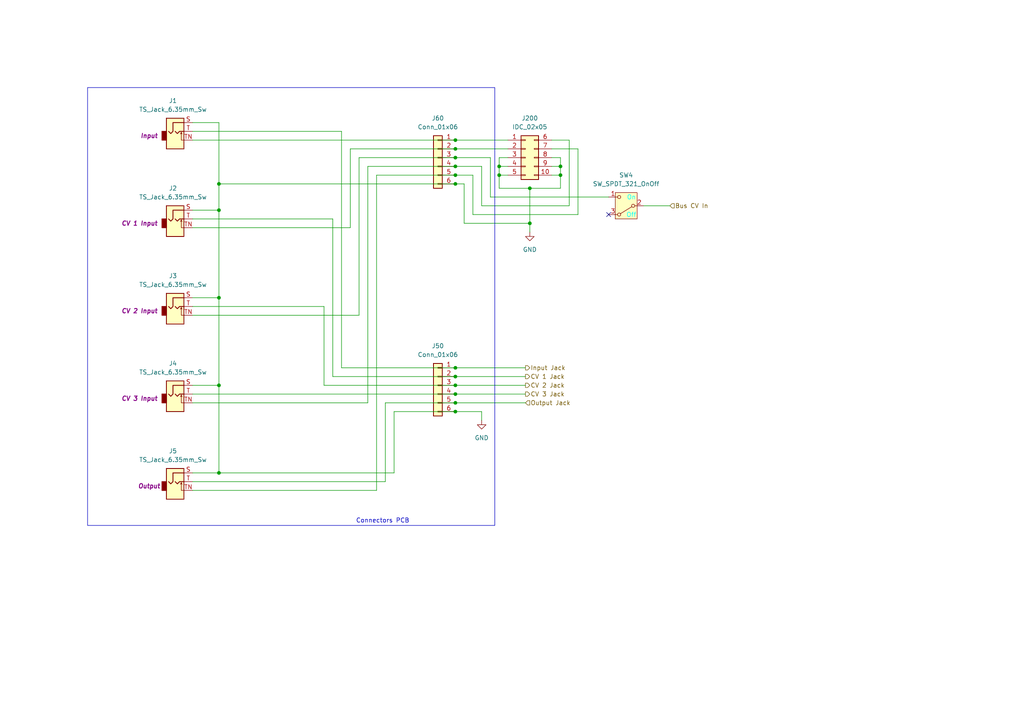
<source format=kicad_sch>
(kicad_sch (version 20231120) (generator "eeschema") (generator_version "8.0")
  (paper "A4")
  (title_block (company "DMH Instruments") (comment 1 "PCB for 10cm Kosmo format synthesizer module"))
  (lib_symbols
    (symbol "Connector_Generic:Conn_01x06" (pin_names (offset 1.016) hide)
      (property "Reference" "J" (at 0 7.62 0))
      (property "Value" "Conn_01x06" (at 0 -10.16 0))
      (symbol "Conn_01x06_1_1"
        (rectangle (start -1.27 -7.493) (end 0 -7.747) (stroke (width 0.1524)))
        (rectangle (start -1.27 -4.953) (end 0 -5.207) (stroke (width 0.1524)))
        (rectangle (start -1.27 -2.413) (end 0 -2.667) (stroke (width 0.1524)))
        (rectangle (start -1.27 0.127) (end 0 -0.127) (stroke (width 0.1524)))
        (rectangle (start -1.27 2.667) (end 0 2.413) (stroke (width 0.1524)))
        (rectangle (start -1.27 5.207) (end 0 4.953) (stroke (width 0.1524)))
        (rectangle (start -1.27 6.35) (end 1.27 -8.89) (stroke (width 0.254)) (fill (type background)))
        (pin passive line (at -5.08 5.08 0) (length 3.81) (name "Pin_1") (number "1"))
        (pin passive line (at -5.08 2.54 0) (length 3.81) (name "Pin_2") (number "2"))
        (pin passive line (at -5.08 0 0) (length 3.81) (name "Pin_3") (number "3"))
        (pin passive line (at -5.08 -2.54 0) (length 3.81) (name "Pin_4") (number "4"))
        (pin passive line (at -5.08 -5.08 0) (length 3.81) (name "Pin_5") (number "5"))
        (pin passive line (at -5.08 -7.62 0) (length 3.81) (name "Pin_6") (number "6"))
      )
    )
    (symbol "SynthStuff:BackBone_Connector_10Pin" (pin_names (offset 1.016) hide)
      (property "Reference" "J" (at 0 -10.922 0))
      (property "Value" "IDC_02x05" (at 0 -8.382 0))
      (symbol "BackBone_Connector_10Pin_1_1"
        (rectangle (start -2.54 -4.953) (end -1.27 -5.207) (stroke (width 0.1524)))
        (rectangle (start -2.54 -2.413) (end -1.27 -2.667) (stroke (width 0.1524)))
        (rectangle (start -2.54 0.127) (end -1.27 -0.127) (stroke (width 0.1524)))
        (rectangle (start -2.54 2.667) (end -1.27 2.413) (stroke (width 0.1524)))
        (rectangle (start -2.54 5.207) (end -1.27 4.953) (stroke (width 0.1524)))
        (rectangle (start -2.54 6.35) (end 2.54 -6.35) (stroke (width 0.254)) (fill (type background)))
        (rectangle (start 2.54 -4.953) (end 1.27 -5.207) (stroke (width 0.1524)))
        (rectangle (start 2.54 -2.413) (end 1.27 -2.667) (stroke (width 0.1524)))
        (rectangle (start 2.54 0.127) (end 1.27 -0.127) (stroke (width 0.1524)))
        (rectangle (start 2.54 2.667) (end 1.27 2.413) (stroke (width 0.1524)))
        (rectangle (start 2.54 5.207) (end 1.27 4.953) (stroke (width 0.1524)))
        (pin passive line (at -6.35 5.08 0) (length 3.81) (name "Pin_1") (number "1"))
        (pin passive line (at 6.35 -5.08 180) (length 3.81) (name "Pin_10") (number "10"))
        (pin passive line (at -6.35 2.54 0) (length 3.81) (name "Pin_2") (number "2"))
        (pin passive line (at -6.35 0 0) (length 3.81) (name "Pin_3") (number "3"))
        (pin passive line (at -6.35 -2.54 0) (length 3.81) (name "Pin_4") (number "4"))
        (pin passive line (at -6.35 -5.08 0) (length 3.81) (name "Pin_5") (number "5"))
        (pin passive line (at 6.35 5.08 180) (length 3.81) (name "Pin_6") (number "6"))
        (pin passive line (at 6.35 2.54 180) (length 3.81) (name "Pin_7") (number "7"))
        (pin passive line (at 6.35 0 180) (length 3.81) (name "Pin_8") (number "8"))
        (pin passive line (at 6.35 -2.54 180) (length 3.81) (name "Pin_9") (number "9"))
      )
    )
    (symbol "SynthStuff:SW_SPDT_321_OnOff" (pin_names (offset 1) hide)
      (property "Reference" "SW" (at 0 5.08 0))
      (property "Value" "SW_SPDT_321_OnOff" (at 0 -5.08 0))
      (symbol "SW_SPDT_321_OnOff_0_1"
        (circle (center -2.032 0) (radius 0.4572))
        (polyline (pts (xy -1.651 0.254) (xy 1.651 2.286)))
        (circle (center 2.032 -2.54) (radius 0.4572))
        (circle (center 2.032 2.54) (radius 0.4572))
      )
      (symbol "SW_SPDT_321_OnOff_1_1"
        (rectangle (start -3.175 3.81) (end 3.175 -3.81) (fill (type background)))
        (text "Off\n" (at -1.524 2.54 0) (effects (font (size 1.27 1.27))))
        (text "On" (at -1.524 -2.54 0) (effects (font (size 1.27 1.27))))
        (pin passive line (at 5.08 -2.54 180) (length 2.54) (name "C") (number "1"))
        (pin passive line (at -5.08 0 0) (length 2.54) (name "B") (number "2"))
        (pin passive line (at 5.08 2.54 180) (length 2.54) (name "A") (number "3"))
      )
    )
    (symbol "SynthStuff:TS_Jack_6.35mm_Sw"
      (property "Reference" "J" (at -0.635 8.89 0))
      (property "Value" "TS_Jack_6.35mm_Sw" (at -0.635 6.35 0))
      (symbol "TS_Jack_6.35mm_Sw_0_1"
        (rectangle (start -2.54 0) (end -3.81 -2.54) (stroke (width 0.254)) (fill (type outline)))
        (polyline (pts (xy 1.778 -0.254) (xy 2.032 -0.762)))
        (polyline (pts (xy 0 0) (xy 0.635 -0.635) (xy 1.27 0) (xy 2.54 0)) (stroke (width 0.254)))
        (polyline (pts (xy 2.54 -2.54) (xy 1.778 -2.54) (xy 1.778 -0.254) (xy 1.524 -0.762)))
        (polyline (pts (xy 2.54 2.54) (xy -0.635 2.54) (xy -0.635 0) (xy -1.27 -0.635) (xy -1.905 0)) (stroke (width 0.254)))
        (rectangle (start 2.54 3.81) (end -2.54 -5.08) (stroke (width 0.254)) (fill (type background)))
      )
      (symbol "TS_Jack_6.35mm_Sw_1_1"
        (pin passive line (at 5.08 2.54 180) (length 2.54) (name "~") (number "S"))
        (pin passive line (at 5.08 0 180) (length 2.54) (name "~") (number "T"))
        (pin passive line (at 5.08 -2.54 180) (length 2.54) (name "~") (number "TN"))
      )
    )
    (symbol "power:GND" (power) (pin_numbers hide) (pin_names (offset 0) hide)
      (property "Value" "GND" (at 0 -3.81 0))
      (symbol "GND_0_1"
        (polyline (pts (xy 0 0) (xy 0 -1.27) (xy 1.27 -1.27) (xy 0 -2.54) (xy -1.27 -1.27) (xy 0 -1.27)))
      )
      (symbol "GND_1_1"
        (pin power_in line (at 0 0 270) (length 0) (name "~") (number "1"))
      )
    )
  )
  (junction (at 132.08 43.18))
  (junction (at 132.08 48.26))
  (junction (at 162.56 48.26))
  (junction (at 132.08 106.68))
  (junction (at 132.08 114.3))
  (junction (at 132.08 119.38))
  (junction (at 63.5 86.36))
  (junction (at 63.5 53.34))
  (junction (at 132.08 53.34))
  (junction (at 144.78 50.8))
  (junction (at 153.67 64.77))
  (junction (at 132.08 111.76))
  (junction (at 132.08 50.8))
  (junction (at 132.08 40.64))
  (junction (at 63.5 111.76))
  (junction (at 132.08 45.72))
  (junction (at 153.67 54.61))
  (junction (at 132.08 116.84))
  (junction (at 132.08 109.22))
  (junction (at 162.56 50.8))
  (junction (at 144.78 48.26))
  (junction (at 63.5 60.96))
  (junction (at 63.5 137.16))
  (no_connect (at 176.53 62.23))
  (wire (pts (xy 142.24 57.15) (xy 176.53 57.15)))
  (wire (pts (xy 63.5 137.16) (xy 114.3 137.16)))
  (wire (pts (xy 132.08 53.34) (xy 134.62 53.34)))
  (wire (pts (xy 165.1 59.69) (xy 165.1 40.64)))
  (wire (pts (xy 63.5 60.96) (xy 63.5 86.36)))
  (wire (pts (xy 63.5 111.76) (xy 63.5 137.16)))
  (wire (pts (xy 55.88 137.16) (xy 63.5 137.16)))
  (wire (pts (xy 101.6 43.18) (xy 101.6 66.04)))
  (wire (pts (xy 144.78 45.72) (xy 144.78 48.26)))
  (wire (pts (xy 99.06 38.1) (xy 99.06 106.68)))
  (wire (pts (xy 167.64 43.18) (xy 167.64 62.23)))
  (wire (pts (xy 144.78 54.61) (xy 153.67 54.61)))
  (wire (pts (xy 167.64 62.23) (xy 137.16 62.23)))
  (wire (pts (xy 55.88 88.9) (xy 93.98 88.9)))
  (wire (pts (xy 99.06 106.68) (xy 132.08 106.68)))
  (wire (pts (xy 93.98 111.76) (xy 132.08 111.76)))
  (wire (pts (xy 55.88 111.76) (xy 63.5 111.76)))
  (wire (pts (xy 101.6 43.18) (xy 132.08 43.18)))
  (wire (pts (xy 114.3 137.16) (xy 114.3 119.38)))
  (wire (pts (xy 55.88 91.44) (xy 104.14 91.44)))
  (wire (pts (xy 132.08 45.72) (xy 142.24 45.72)))
  (wire (pts (xy 153.67 54.61) (xy 162.56 54.61)))
  (wire (pts (xy 132.08 40.64) (xy 147.32 40.64)))
  (wire (pts (xy 55.88 86.36) (xy 63.5 86.36)))
  (wire (pts (xy 109.22 142.24) (xy 109.22 50.8)))
  (wire (pts (xy 162.56 48.26) (xy 160.02 48.26)))
  (wire (pts (xy 139.7 119.38) (xy 139.7 121.92)))
  (wire (pts (xy 63.5 86.36) (xy 63.5 111.76)))
  (wire (pts (xy 132.08 114.3) (xy 152.4 114.3)))
  (wire (pts (xy 139.7 59.69) (xy 165.1 59.69)))
  (wire (pts (xy 132.08 116.84) (xy 152.4 116.84)))
  (wire (pts (xy 186.69 59.69) (xy 194.31 59.69)))
  (wire (pts (xy 139.7 59.69) (xy 139.7 48.26)))
  (wire (pts (xy 165.1 40.64) (xy 160.02 40.64)))
  (wire (pts (xy 132.08 111.76) (xy 152.4 111.76)))
  (wire (pts (xy 104.14 45.72) (xy 132.08 45.72)))
  (wire (pts (xy 162.56 50.8) (xy 162.56 48.26)))
  (wire (pts (xy 106.68 116.84) (xy 106.68 48.26)))
  (wire (pts (xy 96.52 109.22) (xy 132.08 109.22)))
  (wire (pts (xy 55.88 40.64) (xy 132.08 40.64)))
  (wire (pts (xy 132.08 119.38) (xy 139.7 119.38)))
  (wire (pts (xy 160.02 50.8) (xy 162.56 50.8)))
  (wire (pts (xy 55.88 114.3) (xy 132.08 114.3)))
  (wire (pts (xy 134.62 64.77) (xy 153.67 64.77)))
  (wire (pts (xy 96.52 63.5) (xy 96.52 109.22)))
  (wire (pts (xy 132.08 43.18) (xy 147.32 43.18)))
  (wire (pts (xy 162.56 54.61) (xy 162.56 50.8)))
  (wire (pts (xy 160.02 45.72) (xy 162.56 45.72)))
  (wire (pts (xy 111.76 139.7) (xy 111.76 116.84)))
  (wire (pts (xy 111.76 116.84) (xy 132.08 116.84)))
  (wire (pts (xy 55.88 139.7) (xy 111.76 139.7)))
  (wire (pts (xy 63.5 53.34) (xy 132.08 53.34)))
  (wire (pts (xy 142.24 45.72) (xy 142.24 57.15)))
  (wire (pts (xy 153.67 54.61) (xy 153.67 64.77)))
  (wire (pts (xy 144.78 54.61) (xy 144.78 50.8)))
  (wire (pts (xy 147.32 45.72) (xy 144.78 45.72)))
  (wire (pts (xy 63.5 35.56) (xy 63.5 53.34)))
  (wire (pts (xy 132.08 106.68) (xy 152.4 106.68)))
  (wire (pts (xy 55.88 60.96) (xy 63.5 60.96)))
  (wire (pts (xy 137.16 62.23) (xy 137.16 50.8)))
  (wire (pts (xy 137.16 50.8) (xy 132.08 50.8)))
  (wire (pts (xy 162.56 45.72) (xy 162.56 48.26)))
  (wire (pts (xy 147.32 48.26) (xy 144.78 48.26)))
  (wire (pts (xy 144.78 48.26) (xy 144.78 50.8)))
  (wire (pts (xy 153.67 64.77) (xy 153.67 67.31)))
  (wire (pts (xy 160.02 43.18) (xy 167.64 43.18)))
  (wire (pts (xy 55.88 116.84) (xy 106.68 116.84)))
  (wire (pts (xy 55.88 38.1) (xy 99.06 38.1)))
  (wire (pts (xy 114.3 119.38) (xy 132.08 119.38)))
  (wire (pts (xy 106.68 48.26) (xy 132.08 48.26)))
  (wire (pts (xy 104.14 91.44) (xy 104.14 45.72)))
  (wire (pts (xy 109.22 50.8) (xy 132.08 50.8)))
  (wire (pts (xy 144.78 50.8) (xy 147.32 50.8)))
  (wire (pts (xy 93.98 88.9) (xy 93.98 111.76)))
  (wire (pts (xy 55.88 63.5) (xy 96.52 63.5)))
  (wire (pts (xy 134.62 53.34) (xy 134.62 64.77)))
  (wire (pts (xy 55.88 142.24) (xy 109.22 142.24)))
  (wire (pts (xy 132.08 109.22) (xy 152.4 109.22)))
  (wire (pts (xy 63.5 53.34) (xy 63.5 60.96)))
  (wire (pts (xy 132.08 48.26) (xy 139.7 48.26)))
  (wire (pts (xy 55.88 66.04) (xy 101.6 66.04)))
  (wire (pts (xy 55.88 35.56) (xy 63.5 35.56)))
  (rectangle (start 25.4 25.4) (end 143.51 152.4))
  (text "Connectors PCB" (at 110.998 151.13 0) (effects (font (size 1.27 1.27))))
  (hierarchical_label "CV 2 Jack" (shape output) (at 152.4 111.76 0))
  (hierarchical_label "Output Jack" (shape input) (at 152.4 116.84 0))
  (hierarchical_label "Bus CV In" (shape input) (at 194.31 59.69 0))
  (hierarchical_label "CV 3 Jack" (shape output) (at 152.4 114.3 0))
  (hierarchical_label "Input Jack" (shape output) (at 152.4 106.68 0))
  (hierarchical_label "CV 1 Jack" (shape output) (at 152.4 109.22 0))
  (symbol (lib_id "Connector_Generic:Conn_01x06") (at 127 45.72 0) (mirror y) (unit 1)
    (property "Reference" "J60" (at 127 34.29 0))
    (property "Value" "Conn_01x06" (at 127 36.83 0))
    (property "Footprint" "Connector_PinHeader_2.54mm:PinHeader_1x06_P2.54mm_Vertical" (effects (hide yes)))
    (property "Description" "Generic connector, single row, 01x06, script generated (kicad-library-utils/schlib/autogen/connector/)" (effects (hide yes)))
  )
  (symbol (lib_id "SynthStuff:TS_Jack_6.35mm_Sw") (at 50.8 38.1 0) (unit 1)
    (property "Reference" "J1" (at 50.165 29.21 0))
    (property "Value" "TS_Jack_6.35mm_Sw" (at 50.165 31.75 0))
    (property "Footprint" "SynthStuff:CUI_MJ-63052A" (effects (hide yes)))
    (property "Description" "Audio Jack, 2 Poles (Mono / TS), Switched T Pole (Normalling), 6.35mm, 1/4inch" (effects (hide yes)))
    (property "Function" "Input" (at 43.18 39.37 0) (effects (font (thickness 0.254) (bold yes) (italic yes))))
  )
  (symbol (lib_id "SynthStuff:TS_Jack_6.35mm_Sw") (at 50.8 139.7 0) (unit 1)
    (property "Reference" "J5" (at 50.165 130.81 0))
    (property "Value" "TS_Jack_6.35mm_Sw" (at 50.165 133.35 0))
    (property "Footprint" "SynthStuff:CUI_MJ-63052A" (effects (hide yes)))
    (property "Description" "Audio Jack, 2 Poles (Mono / TS), Switched T Pole (Normalling), 6.35mm, 1/4inch" (effects (hide yes)))
    (property "Function" "Output" (at 43.18 140.97 0) (effects (font (thickness 0.254) (bold yes) (italic yes))))
  )
  (symbol (lib_id "Connector_Generic:Conn_01x06") (at 127 111.76 0) (mirror y) (unit 1)
    (property "Reference" "J50" (at 127 100.33 0))
    (property "Value" "Conn_01x06" (at 127 102.87 0))
    (property "Footprint" "Connector_PinHeader_2.54mm:PinHeader_1x06_P2.54mm_Vertical" (effects (hide yes)))
    (property "Description" "Generic connector, single row, 01x06, script generated (kicad-library-utils/schlib/autogen/connector/)" (effects (hide yes)))
  )
  (symbol (lib_id "SynthStuff:SW_SPDT_321_OnOff") (at 181.61 59.69 180) (unit 1) (on_board no)
    (property "Reference" "SW4" (at 181.61 50.8 0))
    (property "Value" "SW_SPDT_321_OnOff" (at 181.61 53.34 0))
    (property "Footprint" "SynthStuff:Toggle_Switch_THT" (effects (hide yes)))
    (property "Description" "Switch, single pole double throw" (effects (hide yes)))
  )
  (symbol (lib_id "SynthStuff:TS_Jack_6.35mm_Sw") (at 50.8 63.5 0) (unit 1)
    (property "Reference" "J2" (at 50.165 54.61 0))
    (property "Value" "TS_Jack_6.35mm_Sw" (at 50.165 57.15 0))
    (property "Footprint" "SynthStuff:CUI_MJ-63052A" (effects (hide yes)))
    (property "Description" "Audio Jack, 2 Poles (Mono / TS), Switched T Pole (Normalling), 6.35mm, 1/4inch" (effects (hide yes)))
    (property "Function" "CV 1 Input" (at 40.386 64.77 0) (effects (font (thickness 0.254) (bold yes) (italic yes))))
  )
  (symbol (lib_id "power:GND") (at 153.67 67.31 0) (unit 1)
    (property "Reference" "#PWR06" (effects (hide yes)))
    (property "Value" "GND" (at 153.67 72.39 0))
    (property "Description" "Power symbol creates a global label with name \"GND\" , ground" (effects (hide yes)))
  )
  (symbol (lib_id "SynthStuff:BackBone_Connector_10Pin") (at 153.67 45.72 0) (unit 1) (on_board no)
    (property "Reference" "J200" (at 153.67 34.29 0))
    (property "Value" "IDC_02x05" (at 153.67 36.83 0))
    (property "Footprint" "SynthStuff:IDC-Header_2x05_P2.54mm_Vertical_BackBone" (effects (hide yes)))
    (property "Description" "IDC jack, 2x5 pins, row a carries same signals as row b." (effects (hide yes)))
  )
  (symbol (lib_id "power:GND") (at 139.7 121.92 0) (unit 1)
    (property "Reference" "#PWR05" (effects (hide yes)))
    (property "Value" "GND" (at 139.7 127 0))
    (property "Description" "Power symbol creates a global label with name \"GND\" , ground" (effects (hide yes)))
  )
  (symbol (lib_id "SynthStuff:TS_Jack_6.35mm_Sw") (at 50.8 114.3 0) (unit 1)
    (property "Reference" "J4" (at 50.165 105.41 0))
    (property "Value" "TS_Jack_6.35mm_Sw" (at 50.165 107.95 0))
    (property "Footprint" "SynthStuff:CUI_MJ-63052A" (effects (hide yes)))
    (property "Description" "Audio Jack, 2 Poles (Mono / TS), Switched T Pole (Normalling), 6.35mm, 1/4inch" (effects (hide yes)))
    (property "Function" "CV 3 Input" (at 40.386 115.57 0) (effects (font (thickness 0.254) (bold yes) (italic yes))))
  )
  (symbol (lib_id "SynthStuff:TS_Jack_6.35mm_Sw") (at 50.8 88.9 0) (unit 1)
    (property "Reference" "J3" (at 50.165 80.01 0))
    (property "Value" "TS_Jack_6.35mm_Sw" (at 50.165 82.55 0))
    (property "Footprint" "SynthStuff:CUI_MJ-63052A" (effects (hide yes)))
    (property "Description" "Audio Jack, 2 Poles (Mono / TS), Switched T Pole (Normalling), 6.35mm, 1/4inch" (effects (hide yes)))
    (property "Function" "CV 2 Input" (at 40.386 90.17 0) (effects (font (thickness 0.254) (bold yes) (italic yes))))
  )
)
</source>
